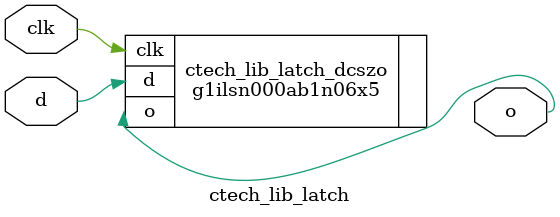
<source format=sv>

module ctech_lib_latch (
   output logic o,
   input logic d,
   input logic clk );
   
   g1ilsn000ab1n06x5 ctech_lib_latch_dcszo (.o(o), .d(d), .clk(clk));
   
endmodule // ctech_lib_latch

</source>
